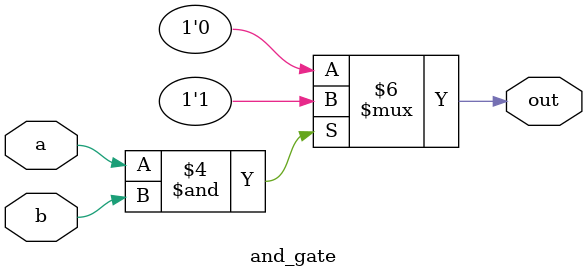
<source format=v>
module and_gate(a,b,out);
input a,b;
output reg out;

 always@(a,b) begin
 if(a==1'b1 & b==1'b1)
 out = 1'b1;
 else
 out = 1'b0;
 end

endmodule


</source>
